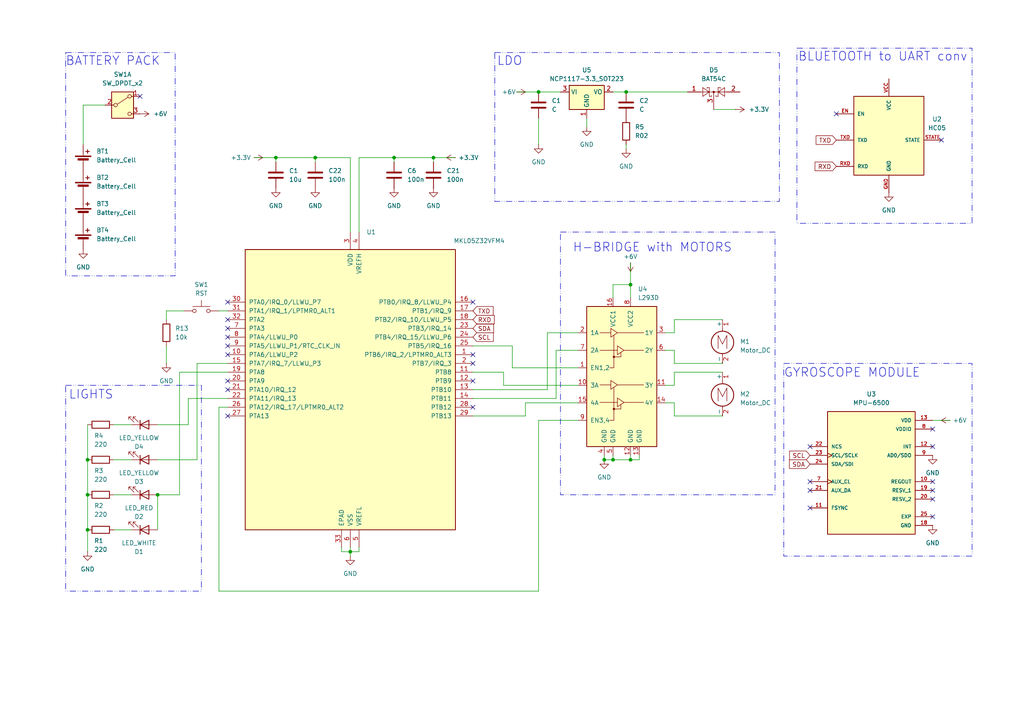
<source format=kicad_sch>
(kicad_sch (version 20250114) (generator "eeschema") (generator_version "9.0")
  (paper "A4")
  (lib_symbols
    (symbol "Device:Battery_Cell" (pin_numbers (hide yes)) (pin_names (offset 0) (hide yes))
      (property "Reference" "BT" (at 2.54 2.54 0))
      (property "Value" "Battery_Cell" (at 2.54 0 0))
      (symbol "Battery_Cell_0_1"
        (rectangle (start -2.286 1.778) (end 2.286 1.524) (fill (type outline)))
        (rectangle (start -1.524 1.016) (end 1.524 0.508) (fill (type outline)))
        (polyline (pts (xy 0 1.778) (xy 0 2.54)))
        (polyline (pts (xy 0 0.762) (xy 0 0)))
        (polyline (pts (xy 0.762 3.048) (xy 1.778 3.048)) (stroke (width 0.254)))
        (polyline (pts (xy 1.27 3.556) (xy 1.27 2.54)) (stroke (width 0.254)))
      )
      (symbol "Battery_Cell_1_1"
        (pin passive line (at 0 5.08 270) (length 2.54) (name "+") (number "1"))
        (pin passive line (at 0 -2.54 90) (length 2.54) (name "-") (number "2"))
      )
    )
    (symbol "Device:C" (pin_numbers (hide yes)) (pin_names (offset 0.254))
      (property "Reference" "C" (at 0.635 2.54 0))
      (property "Value" "C" (at 0.635 -2.54 0))
      (symbol "C_0_1"
        (polyline (pts (xy -2.032 0.762) (xy 2.032 0.762)) (stroke (width 0.508)))
        (polyline (pts (xy -2.032 -0.762) (xy 2.032 -0.762)) (stroke (width 0.508)))
      )
      (symbol "C_1_1"
        (pin passive line (at 0 3.81 270) (length 2.794) (name "~") (number "1"))
        (pin passive line (at 0 -3.81 90) (length 2.794) (name "~") (number "2"))
      )
    )
    (symbol "Device:LED" (pin_numbers (hide yes)) (pin_names (offset 1.016) (hide yes))
      (property "Reference" "D" (at 0 2.54 0))
      (property "Value" "LED" (at 0 -2.54 0))
      (symbol "LED_0_1"
        (polyline (pts (xy -3.048 -0.762) (xy -4.572 -2.286) (xy -3.81 -2.286) (xy -4.572 -2.286) (xy -4.572 -1.524)))
        (polyline (pts (xy -1.778 -0.762) (xy -3.302 -2.286) (xy -2.54 -2.286) (xy -3.302 -2.286) (xy -3.302 -1.524)))
        (polyline (pts (xy -1.27 0) (xy 1.27 0)))
        (polyline (pts (xy -1.27 -1.27) (xy -1.27 1.27)) (stroke (width 0.254)))
        (polyline (pts (xy 1.27 -1.27) (xy 1.27 1.27) (xy -1.27 0) (xy 1.27 -1.27)) (stroke (width 0.254)))
      )
      (symbol "LED_1_1"
        (pin passive line (at -3.81 0 0) (length 2.54) (name "K") (number "1"))
        (pin passive line (at 3.81 0 180) (length 2.54) (name "A") (number "2"))
      )
    )
    (symbol "Device:R" (pin_numbers (hide yes)) (pin_names (offset 0))
      (property "Reference" "R" (at 2.032 0 90))
      (property "Value" "R" (at 0 0 90))
      (symbol "R_0_1"
        (rectangle (start -1.016 -2.54) (end 1.016 2.54) (stroke (width 0.254)))
      )
      (symbol "R_1_1"
        (pin passive line (at 0 3.81 270) (length 1.27) (name "~") (number "1"))
        (pin passive line (at 0 -3.81 90) (length 1.27) (name "~") (number "2"))
      )
    )
    (symbol "Diode:BAT54C" (pin_names (offset 1.016))
      (property "Reference" "D" (at 0.635 -3.81 0))
      (property "Value" "BAT54C" (at -6.35 3.175 0))
      (symbol "BAT54C_0_1"
        (polyline (pts (xy -3.175 -1.27) (xy -3.175 1.27) (xy -1.27 0) (xy -3.175 -1.27)))
        (polyline (pts (xy -1.905 1.27) (xy -1.905 1.016)))
        (polyline (pts (xy -1.905 0) (xy 1.905 0)))
        (polyline (pts (xy -1.27 1.27) (xy -1.905 1.27)))
        (polyline (pts (xy -1.27 1.27) (xy -1.27 -1.27)))
        (polyline (pts (xy -1.27 0) (xy -3.81 0)))
        (polyline (pts (xy -1.27 -1.27) (xy -0.635 -1.27)))
        (polyline (pts (xy -0.635 -1.27) (xy -0.635 -1.016)))
        (circle (center 0 0) (radius 0.254) (fill (type outline)))
        (polyline (pts (xy 0.635 -1.27) (xy 0.635 -1.016)))
        (polyline (pts (xy 1.27 1.27) (xy 1.27 -1.27)))
        (polyline (pts (xy 1.27 1.27) (xy 1.905 1.27)))
        (polyline (pts (xy 1.27 -1.27) (xy 0.635 -1.27)))
        (polyline (pts (xy 1.905 1.27) (xy 1.905 1.016)))
        (polyline (pts (xy 3.175 -1.27) (xy 3.175 1.27) (xy 1.27 0) (xy 3.175 -1.27)))
        (polyline (pts (xy 3.81 0) (xy 1.27 0)))
      )
      (symbol "BAT54C_1_1"
        (pin passive line (at -7.62 0 0) (length 3.81) (name "~") (number "1"))
        (pin passive line (at 0 -5.08 90) (length 5.08) (name "~") (number "3"))
        (pin passive line (at 7.62 0 180) (length 3.81) (name "~") (number "2"))
      )
    )
    (symbol "Driver_Motor:L293D" (pin_names (offset 1.016))
      (property "Reference" "U" (at -5.08 26.035 0))
      (property "Value" "L293D" (at -5.08 24.13 0))
      (symbol "L293D_0_1"
        (rectangle (start -10.16 22.86) (end 10.16 -17.78) (stroke (width 0.254)) (fill (type background)))
        (polyline (pts (xy -6.35 15.24) (xy -3.175 15.24)))
        (polyline (pts (xy -6.35 10.16) (xy -1.27 10.16)))
        (polyline (pts (xy -6.35 0.127) (xy -3.175 0.127)))
        (polyline (pts (xy -6.35 -4.953) (xy -1.27 -4.953)))
        (polyline (pts (xy -3.175 16.51) (xy -3.175 13.97) (xy -1.27 15.24) (xy -3.175 16.51)))
        (polyline (pts (xy -3.175 1.397) (xy -3.175 -1.143) (xy -1.27 0.127) (xy -3.175 1.397)))
        (polyline (pts (xy -2.286 14.478) (xy -2.286 5.08) (xy -3.556 5.08)))
        (circle (center -2.286 8.255) (radius 0.254) (fill (type outline)))
        (polyline (pts (xy -2.286 8.255) (xy -0.254 8.255) (xy -0.254 9.525)))
        (polyline (pts (xy -2.286 -0.635) (xy -2.286 -10.16) (xy -3.556 -10.16)))
        (circle (center -2.286 -6.858) (radius 0.254) (fill (type outline)))
        (polyline (pts (xy -2.286 -6.858) (xy -0.254 -6.858) (xy -0.254 -5.588)))
        (polyline (pts (xy -1.27 15.24) (xy 6.35 15.24)))
        (polyline (pts (xy -1.27 11.43) (xy -1.27 8.89) (xy 0.635 10.16) (xy -1.27 11.43)))
        (polyline (pts (xy -1.27 0.127) (xy 6.35 0.127)))
        (polyline (pts (xy -1.27 -3.683) (xy -1.27 -6.223) (xy 0.635 -4.953) (xy -1.27 -3.683)))
        (polyline (pts (xy 0.635 10.16) (xy 6.35 10.16)))
        (polyline (pts (xy 0.635 -4.953) (xy 6.35 -4.953)))
      )
      (symbol "L293D_1_1"
        (pin input line (at -12.7 15.24 0) (length 2.54) (name "1A") (number "2"))
        (pin input line (at -12.7 10.16 0) (length 2.54) (name "2A") (number "7"))
        (pin input line (at -12.7 5.08 0) (length 2.54) (name "EN1,2") (number "1"))
        (pin input line (at -12.7 0 0) (length 2.54) (name "3A") (number "10"))
        (pin input line (at -12.7 -5.08 0) (length 2.54) (name "4A") (number "15"))
        (pin input line (at -12.7 -10.16 0) (length 2.54) (name "EN3,4") (number "9"))
        (pin power_in line (at -5.08 -20.32 90) (length 2.54) (name "GND") (number "4"))
        (pin power_in line (at -2.54 25.4 270) (length 2.54) (name "VCC1") (number "16"))
        (pin power_in line (at -2.54 -20.32 90) (length 2.54) (name "GND") (number "5"))
        (pin power_in line (at 2.54 25.4 270) (length 2.54) (name "VCC2") (number "8"))
        (pin power_in line (at 2.54 -20.32 90) (length 2.54) (name "GND") (number "12"))
        (pin power_in line (at 5.08 -20.32 90) (length 2.54) (name "GND") (number "13"))
        (pin output line (at 12.7 15.24 180) (length 2.54) (name "1Y") (number "3"))
        (pin output line (at 12.7 10.16 180) (length 2.54) (name "2Y") (number "6"))
        (pin output line (at 12.7 0 180) (length 2.54) (name "3Y") (number "11"))
        (pin output line (at 12.7 -5.08 180) (length 2.54) (name "4Y") (number "14"))
      )
    )
    (symbol "HC05:HC05" (pin_names (offset 1.016))
      (property "Reference" "U" (at 10.16 15.24 0))
      (property "Value" "HC05" (at 10.16 12.7 0))
      (symbol "HC05_0_0"
        (rectangle (start -7.62 -10.16) (end 12.7 12.7) (stroke (width 0.254)) (fill (type background)))
        (pin bidirectional line (at -12.7 7.62 0) (length 5.08) (name "EN") (number "EN"))
        (pin bidirectional line (at -12.7 0 0) (length 5.08) (name "TXD") (number "TXD"))
        (pin bidirectional line (at -12.7 -7.62 0) (length 5.08) (name "RXD") (number "RXD"))
        (pin bidirectional line (at 2.54 17.78 270) (length 5.08) (name "VCC") (number "VCC"))
        (pin bidirectional line (at 2.54 -15.24 90) (length 5.08) (name "GND") (number "GND"))
        (pin bidirectional line (at 17.78 0 180) (length 5.08) (name "STATE") (number "STATE"))
      )
    )
    (symbol "MCU_NXP_Kinetis:MKL05Z32VFM4" (pin_names (offset 1.016))
      (property "Reference" "U" (at -30.48 41.275 0))
      (property "Value" "MKL05Z32VFM4" (at 30.48 41.275 0))
      (symbol "MKL05Z32VFM4_0_1"
        (rectangle (start -30.48 40.64) (end 30.48 -40.64) (stroke (width 0.254)) (fill (type background)))
      )
      (symbol "MKL05Z32VFM4_1_1"
        (pin bidirectional line (at -35.56 25.4 0) (length 5.08) (name "PTA0/IRQ_0/LLWU_P7") (number "30"))
        (pin bidirectional line (at -35.56 22.86 0) (length 5.08) (name "PTA1/IRQ_1/LPTMR0_ALT1") (number "31"))
        (pin bidirectional line (at -35.56 20.32 0) (length 5.08) (name "PTA2") (number "32"))
        (pin bidirectional line (at -35.56 17.78 0) (length 5.08) (name "PTA3") (number "7"))
        (pin bidirectional line (at -35.56 15.24 0) (length 5.08) (name "PTA4/LLWU_P0") (number "8"))
        (pin bidirectional line (at -35.56 12.7 0) (length 5.08) (name "PTA5/LLWU_P1/RTC_CLK_IN") (number "9"))
        (pin bidirectional line (at -35.56 10.16 0) (length 5.08) (name "PTA6/LLWU_P2") (number "10"))
        (pin bidirectional line (at -35.56 7.62 0) (length 5.08) (name "PTA7/IRQ_7/LLWU_P3") (number "15"))
        (pin bidirectional line (at -35.56 5.08 0) (length 5.08) (name "PTA8") (number "19"))
        (pin bidirectional line (at -35.56 2.54 0) (length 5.08) (name "PTA9") (number "20"))
        (pin bidirectional line (at -35.56 0 0) (length 5.08) (name "PTA10/IRQ_12") (number "21"))
        (pin bidirectional line (at -35.56 -2.54 0) (length 5.08) (name "PTA11/IRQ_13") (number "22"))
        (pin bidirectional line (at -35.56 -5.08 0) (length 5.08) (name "PTA12/IRQ_17/LPTMR0_ALT2") (number "26"))
        (pin bidirectional line (at -35.56 -7.62 0) (length 5.08) (name "PTA13") (number "27"))
        (pin power_in line (at -2.54 -45.72 90) (length 5.08) (name "EPAD") (number "33"))
        (pin power_in line (at 0 45.72 270) (length 5.08) (name "VDD") (number "3"))
        (pin power_in line (at 0 -45.72 90) (length 5.08) (name "VSS") (number "6"))
        (pin power_in line (at 2.54 45.72 270) (length 5.08) (name "VREFH") (number "4"))
        (pin power_in line (at 2.54 -45.72 90) (length 5.08) (name "VREFL") (number "5"))
        (pin bidirectional line (at 35.56 25.4 180) (length 5.08) (name "PTB0/IRQ_8/LLWU_P4") (number "16"))
        (pin bidirectional line (at 35.56 22.86 180) (length 5.08) (name "PTB1/IRQ_9") (number "17"))
        (pin bidirectional line (at 35.56 20.32 180) (length 5.08) (name "PTB2/IRQ_10/LLWU_P5") (number "18"))
        (pin bidirectional line (at 35.56 17.78 180) (length 5.08) (name "PTB3/IRQ_14") (number "23"))
        (pin bidirectional line (at 35.56 15.24 180) (length 5.08) (name "PTB4/IRQ_15/LLWU_P6") (number "24"))
        (pin bidirectional line (at 35.56 12.7 180) (length 5.08) (name "PTB5/IRQ_16") (number "25"))
        (pin bidirectional line (at 35.56 10.16 180) (length 5.08) (name "PTB6/IRQ_2/LPTMR0_ALT3") (number "1"))
        (pin bidirectional line (at 35.56 7.62 180) (length 5.08) (name "PTB7/IRQ_3") (number "2"))
        (pin bidirectional line (at 35.56 5.08 180) (length 5.08) (name "PTB8") (number "11"))
        (pin bidirectional line (at 35.56 2.54 180) (length 5.08) (name "PTB9") (number "12"))
        (pin bidirectional line (at 35.56 0 180) (length 5.08) (name "PTB10") (number "13"))
        (pin bidirectional line (at 35.56 -2.54 180) (length 5.08) (name "PTB11") (number "14"))
        (pin bidirectional line (at 35.56 -5.08 180) (length 5.08) (name "PTB12") (number "28"))
        (pin bidirectional line (at 35.56 -7.62 180) (length 5.08) (name "PTB13") (number "29"))
      )
    )
    (symbol "MPU-6500:MPU-6500" (pin_names (offset 1.016))
      (property "Reference" "U" (at -12.7 19.05 0))
      (property "Value" "MPU-6500" (at -12.7 -19.05 0))
      (symbol "MPU-6500_0_0"
        (rectangle (start -12.7 -17.78) (end 12.7 17.78) (stroke (width 0.254)) (fill (type background)))
        (pin input line (at -17.78 7.62 0) (length 5.08) (name "NCS") (number "22"))
        (pin input clock (at -17.78 5.08 0) (length 5.08) (name "SCL/SCLK") (number "23"))
        (pin bidirectional line (at -17.78 2.54 0) (length 5.08) (name "SDA/SDI") (number "24"))
        (pin input clock (at -17.78 -2.54 0) (length 5.08) (name "AUX_CL") (number "7"))
        (pin bidirectional line (at -17.78 -5.08 0) (length 5.08) (name "AUX_DA") (number "21"))
        (pin input line (at -17.78 -10.16 0) (length 5.08) (name "FSYNC") (number "11"))
        (pin power_in line (at 17.78 15.24 180) (length 5.08) (name "VDD") (number "13"))
        (pin power_in line (at 17.78 12.7 180) (length 5.08) (name "VDDIO") (number "8"))
        (pin output line (at 17.78 7.62 180) (length 5.08) (name "INT") (number "12"))
        (pin output line (at 17.78 5.08 180) (length 5.08) (name "AD0/SDO") (number "9"))
        (pin output line (at 17.78 -2.54 180) (length 5.08) (name "REGOUT") (number "10"))
        (pin passive line (at 17.78 -5.08 180) (length 5.08) (name "RESV_1") (number "19"))
        (pin passive line (at 17.78 -7.62 180) (length 5.08) (name "RESV_2") (number "20"))
        (pin passive line (at 17.78 -12.7 180) (length 5.08) (name "EXP") (number "25"))
        (pin power_in line (at 17.78 -15.24 180) (length 5.08) (name "GND") (number "18"))
      )
    )
    (symbol "Motor:Motor_DC" (pin_names (offset 0))
      (property "Reference" "M" (at 2.54 2.54 0))
      (property "Value" "Motor_DC" (at 2.54 -5.08 0))
      (symbol "Motor_DC_0_0"
        (polyline (pts (xy -1.27 -3.302) (xy -1.27 0.508) (xy 0 -2.032) (xy 1.27 0.508) (xy 1.27 -3.302)))
      )
      (symbol "Motor_DC_0_1"
        (polyline (pts (xy 0 2.032) (xy 0 2.54)))
        (polyline (pts (xy 0 1.7272) (xy 0 2.0828)))
        (circle (center 0 -1.524) (radius 3.2512) (stroke (width 0.254)))
        (polyline (pts (xy 0 -4.7752) (xy 0 -5.1816)))
        (polyline (pts (xy 0 -7.62) (xy 0 -7.112)))
      )
      (symbol "Motor_DC_1_1"
        (pin passive line (at 0 5.08 270) (length 2.54) (name "+") (number "1"))
        (pin passive line (at 0 -7.62 90) (length 2.54) (name "-") (number "2"))
      )
    )
    (symbol "Regulator_Linear:NCP1117-3.3_SOT223"
      (property "Reference" "U" (at -3.81 3.175 0))
      (property "Value" "NCP1117-3.3_SOT223" (at 0 3.175 0))
      (symbol "NCP1117-3.3_SOT223_0_1"
        (rectangle (start -5.08 -5.08) (end 5.08 1.905) (stroke (width 0.254)) (fill (type background)))
      )
      (symbol "NCP1117-3.3_SOT223_1_1"
        (pin power_in line (at -7.62 0 0) (length 2.54) (name "VI") (number "3"))
        (pin power_in line (at 0 -7.62 90) (length 2.54) (name "GND") (number "1"))
        (pin power_out line (at 7.62 0 180) (length 2.54) (name "VO") (number "2"))
      )
    )
    (symbol "Switch:SW_DPDT_x2" (pin_names (offset 0) (hide yes))
      (property "Reference" "SW" (at 0 5.08 0))
      (property "Value" "SW_DPDT_x2" (at 0 -5.08 0))
      (symbol "SW_DPDT_x2_0_0"
        (circle (center -2.032 0) (radius 0.508))
        (circle (center 2.032 -2.54) (radius 0.508))
      )
      (symbol "SW_DPDT_x2_0_1"
        (rectangle (start -3.175 3.81) (end 3.175 -3.81) (stroke (width 0.254)) (fill (type background)))
        (polyline (pts (xy -1.524 0.254) (xy 1.5748 2.286)))
        (circle (center 2.032 2.54) (radius 0.508))
      )
      (symbol "SW_DPDT_x2_1_1"
        (pin passive line (at -5.08 0 0) (length 2.54) (name "B") (number "2"))
        (pin passive line (at 5.08 2.54 180) (length 2.54) (name "A") (number "1"))
        (pin passive line (at 5.08 -2.54 180) (length 2.54) (name "C") (number "3"))
      )
      (symbol "SW_DPDT_x2_2_1"
        (pin passive line (at -5.08 0 0) (length 2.54) (name "B") (number "5"))
        (pin passive line (at 5.08 2.54 180) (length 2.54) (name "A") (number "4"))
        (pin passive line (at 5.08 -2.54 180) (length 2.54) (name "C") (number "6"))
      )
    )
    (symbol "Switch:SW_MEC_5G" (pin_numbers (hide yes)) (pin_names (offset 1.016) (hide yes))
      (property "Reference" "SW" (at 1.27 2.54 0))
      (property "Value" "SW_MEC_5G" (at 0 -1.524 0))
      (symbol "SW_MEC_5G_0_1"
        (circle (center -2.032 0) (radius 0.508))
        (polyline (pts (xy 0 1.27) (xy 0 3.048)))
        (circle (center 2.032 0) (radius 0.508))
        (polyline (pts (xy 2.54 1.27) (xy -2.54 1.27)))
        (pin passive line (at -5.08 0 0) (length 2.54) (name "A") (number "1"))
        (pin passive line (at 5.08 0 180) (length 2.54) (name "B") (number "3"))
      )
      (symbol "SW_MEC_5G_1_1"
        (pin passive line (at -5.08 0 0) (length 2.54) (hide yes) (name "A") (number "2"))
        (pin passive line (at 5.08 0 180) (length 2.54) (hide yes) (name "B") (number "4"))
      )
    )
    (symbol "power:+3.3V" (power) (pin_numbers (hide yes)) (pin_names (offset 0) (hide yes))
      (property "Value" "+3.3V" (at 0 3.556 0))
      (symbol "+3.3V_0_1"
        (polyline (pts (xy -0.762 1.27) (xy 0 2.54)))
        (polyline (pts (xy 0 2.54) (xy 0.762 1.27)))
        (polyline (pts (xy 0 0) (xy 0 2.54)))
      )
      (symbol "+3.3V_1_1"
        (pin power_in line (at 0 0 90) (length 0) (name "~") (number "1"))
      )
    )
    (symbol "power:+6V" (power) (pin_numbers (hide yes)) (pin_names (offset 0) (hide yes))
      (property "Value" "+6V" (at 0 3.556 0))
      (symbol "+6V_0_1"
        (polyline (pts (xy -0.762 1.27) (xy 0 2.54)))
        (polyline (pts (xy 0 2.54) (xy 0.762 1.27)))
        (polyline (pts (xy 0 0) (xy 0 2.54)))
      )
      (symbol "+6V_1_1"
        (pin power_in line (at 0 0 90) (length 0) (name "~") (number "1"))
      )
    )
    (symbol "power:GND" (power) (pin_numbers (hide yes)) (pin_names (offset 0) (hide yes))
      (property "Value" "GND" (at 0 -3.81 0))
      (symbol "GND_0_1"
        (polyline (pts (xy 0 0) (xy 0 -1.27) (xy 1.27 -1.27) (xy 0 -2.54) (xy -1.27 -1.27) (xy 0 -1.27)))
      )
      (symbol "GND_1_1"
        (pin power_in line (at 0 0 270) (length 0) (name "~") (number "1"))
      )
    )
  )
  (rectangle (start 19.05 111.76) (end 58.42 171.45) (stroke (width 0) (type dash_dot_dot)))
  (rectangle (start 231.14 13.97) (end 281.94 64.77) (stroke (width 0) (type dash_dot_dot)))
  (rectangle (start 162.56 67.31) (end 224.79 143.51) (stroke (width 0) (type dash_dot_dot)))
  (rectangle (start 227.33 105.41) (end 281.94 161.29) (stroke (width 0) (type dash_dot_dot)))
  (rectangle (start 143.51 15.24) (end 226.06 58.42) (stroke (width 0) (type dash_dot_dot)))
  (rectangle (start 19.05 15.24) (end 50.8 80.01) (stroke (width 0) (type dash_dot_dot)))
  (text "BATTERY PACK" (at 32.766 17.78 0) (effects (font (size 2.54 2.54))))
  (text "LIGHTS" (at 26.416 114.554 0) (effects (font (size 2.54 2.54))))
  (text "BLUETOOTH to UART conv" (at 256.032 16.51 0) (effects (font (size 2.54 2.54))))
  (text "H-BRIDGE with MOTORS" (at 189.23 71.882 0) (effects (font (size 2.54 2.54))))
  (text "GYROSCOPE MODULE" (at 247.142 108.204 0) (effects (font (size 2.54 2.54))))
  (text "LDO" (at 147.828 17.78 0) (effects (font (size 2.54 2.54))))
  (junction (at 181.61 26.67))
  (junction (at 25.4 133.35))
  (junction (at 182.88 82.55))
  (junction (at 91.44 45.72))
  (junction (at 182.88 133.35))
  (junction (at 45.72 143.51))
  (junction (at 156.21 26.67))
  (junction (at 80.01 45.72))
  (junction (at 25.4 143.51))
  (junction (at 175.26 133.35))
  (junction (at 125.73 45.72))
  (junction (at 114.3 45.72))
  (junction (at 25.4 153.67))
  (junction (at 101.6 160.02))
  (junction (at 177.8 133.35))
  (no_connect (at 137.16 110.49))
  (no_connect (at 270.51 142.24))
  (no_connect (at 66.04 110.49))
  (no_connect (at 234.95 142.24))
  (no_connect (at 137.16 105.41))
  (no_connect (at 270.51 129.54))
  (no_connect (at 66.04 102.87))
  (no_connect (at 66.04 120.65))
  (no_connect (at 66.04 97.79))
  (no_connect (at 234.95 129.54))
  (no_connect (at 234.95 147.32))
  (no_connect (at 66.04 95.25))
  (no_connect (at 242.57 33.02))
  (no_connect (at 137.16 118.11))
  (no_connect (at 234.95 139.7))
  (no_connect (at 66.04 113.03))
  (no_connect (at 66.04 87.63))
  (no_connect (at 137.16 87.63))
  (no_connect (at 273.05 40.64))
  (no_connect (at 137.16 102.87))
  (no_connect (at 270.51 149.86))
  (no_connect (at 270.51 144.78))
  (no_connect (at 66.04 100.33))
  (no_connect (at 66.04 92.71))
  (no_connect (at 40.64 27.94))
  (no_connect (at 270.51 139.7))
  (no_connect (at 270.51 124.46))
  (wire (pts (xy 270.51 121.92) (xy 275.59 121.92)))
  (wire (pts (xy 137.16 115.57) (xy 161.29 115.57)))
  (wire (pts (xy 195.58 92.71) (xy 209.55 92.71)))
  (wire (pts (xy 158.75 96.52) (xy 158.75 113.03)))
  (wire (pts (xy 182.88 76.2) (xy 182.88 82.55)))
  (wire (pts (xy 57.15 105.41) (xy 66.04 105.41)))
  (wire (pts (xy 91.44 46.99) (xy 91.44 45.72)))
  (wire (pts (xy 48.26 90.17) (xy 53.34 90.17)))
  (wire (pts (xy 45.72 123.19) (xy 54.61 123.19)))
  (wire (pts (xy 182.88 82.55) (xy 182.88 86.36)))
  (wire (pts (xy 158.75 113.03) (xy 137.16 113.03)))
  (wire (pts (xy 170.18 34.29) (xy 170.18 36.83)))
  (wire (pts (xy 193.04 101.6) (xy 195.58 101.6)))
  (wire (pts (xy 156.21 34.29) (xy 156.21 41.91)))
  (wire (pts (xy 80.01 45.72) (xy 91.44 45.72)))
  (wire (pts (xy 25.4 153.67) (xy 25.4 143.51)))
  (wire (pts (xy 125.73 46.99) (xy 125.73 45.72)))
  (wire (pts (xy 146.05 107.95) (xy 137.16 107.95)))
  (wire (pts (xy 132.08 45.72) (xy 125.73 45.72)))
  (wire (pts (xy 38.1 143.51) (xy 33.02 143.51)))
  (wire (pts (xy 45.72 133.35) (xy 57.15 133.35)))
  (wire (pts (xy 195.58 111.76) (xy 193.04 111.76)))
  (wire (pts (xy 156.21 26.67) (xy 162.56 26.67)))
  (wire (pts (xy 195.58 107.95) (xy 195.58 111.76)))
  (wire (pts (xy 101.6 45.72) (xy 101.6 67.31)))
  (wire (pts (xy 167.64 106.68) (xy 148.59 106.68)))
  (wire (pts (xy 177.8 132.08) (xy 177.8 133.35)))
  (wire (pts (xy 99.06 160.02) (xy 101.6 160.02)))
  (wire (pts (xy 63.5 118.11) (xy 66.04 118.11)))
  (wire (pts (xy 33.02 123.19) (xy 38.1 123.19)))
  (wire (pts (xy 148.59 106.68) (xy 148.59 100.33)))
  (wire (pts (xy 52.07 143.51) (xy 45.72 143.51)))
  (wire (pts (xy 45.72 143.51) (xy 45.72 153.67)))
  (wire (pts (xy 25.4 153.67) (xy 25.4 160.02)))
  (wire (pts (xy 104.14 158.75) (xy 104.14 160.02)))
  (wire (pts (xy 161.29 115.57) (xy 161.29 101.6)))
  (wire (pts (xy 177.8 133.35) (xy 182.88 133.35)))
  (wire (pts (xy 182.88 133.35) (xy 182.88 132.08)))
  (wire (pts (xy 48.26 90.17) (xy 48.26 92.71)))
  (wire (pts (xy 25.4 143.51) (xy 25.4 133.35)))
  (wire (pts (xy 25.4 133.35) (xy 25.4 123.19)))
  (wire (pts (xy 114.3 46.99) (xy 114.3 45.72)))
  (wire (pts (xy 99.06 158.75) (xy 99.06 160.02)))
  (wire (pts (xy 193.04 116.84) (xy 195.58 116.84)))
  (wire (pts (xy 181.61 26.67) (xy 199.39 26.67)))
  (wire (pts (xy 24.13 30.48) (xy 30.48 30.48)))
  (wire (pts (xy 152.4 120.65) (xy 137.16 120.65)))
  (wire (pts (xy 63.5 171.45) (xy 63.5 118.11)))
  (wire (pts (xy 209.55 107.95) (xy 195.58 107.95)))
  (wire (pts (xy 167.64 111.76) (xy 146.05 111.76)))
  (wire (pts (xy 125.73 45.72) (xy 114.3 45.72)))
  (wire (pts (xy 185.42 132.08) (xy 185.42 133.35)))
  (wire (pts (xy 91.44 45.72) (xy 101.6 45.72)))
  (wire (pts (xy 148.59 100.33) (xy 137.16 100.33)))
  (wire (pts (xy 175.26 133.35) (xy 177.8 133.35)))
  (wire (pts (xy 185.42 133.35) (xy 182.88 133.35)))
  (wire (pts (xy 24.13 41.91) (xy 24.13 30.48)))
  (wire (pts (xy 66.04 107.95) (xy 52.07 107.95)))
  (wire (pts (xy 63.5 90.17) (xy 66.04 90.17)))
  (wire (pts (xy 181.61 41.91) (xy 181.61 43.18)))
  (wire (pts (xy 101.6 158.75) (xy 101.6 160.02)))
  (wire (pts (xy 195.58 105.41) (xy 209.55 105.41)))
  (wire (pts (xy 156.21 171.45) (xy 63.5 171.45)))
  (wire (pts (xy 52.07 107.95) (xy 52.07 143.51)))
  (wire (pts (xy 33.02 133.35) (xy 38.1 133.35)))
  (wire (pts (xy 177.8 82.55) (xy 182.88 82.55)))
  (wire (pts (xy 177.8 86.36) (xy 177.8 82.55)))
  (wire (pts (xy 104.14 160.02) (xy 101.6 160.02)))
  (wire (pts (xy 104.14 45.72) (xy 104.14 67.31)))
  (wire (pts (xy 175.26 133.35) (xy 175.26 132.08)))
  (wire (pts (xy 167.64 96.52) (xy 158.75 96.52)))
  (wire (pts (xy 54.61 123.19) (xy 54.61 115.57)))
  (wire (pts (xy 195.58 101.6) (xy 195.58 105.41)))
  (wire (pts (xy 48.26 100.33) (xy 48.26 105.41)))
  (wire (pts (xy 73.66 45.72) (xy 80.01 45.72)))
  (wire (pts (xy 195.58 120.65) (xy 209.55 120.65)))
  (wire (pts (xy 101.6 160.02) (xy 101.6 161.29)))
  (wire (pts (xy 167.64 121.92) (xy 156.21 121.92)))
  (wire (pts (xy 207.01 31.75) (xy 213.36 31.75)))
  (wire (pts (xy 156.21 121.92) (xy 156.21 171.45)))
  (wire (pts (xy 80.01 46.99) (xy 80.01 45.72)))
  (wire (pts (xy 149.86 26.67) (xy 156.21 26.67)))
  (wire (pts (xy 146.05 111.76) (xy 146.05 107.95)))
  (wire (pts (xy 38.1 153.67) (xy 33.02 153.67)))
  (wire (pts (xy 161.29 101.6) (xy 167.64 101.6)))
  (wire (pts (xy 57.15 105.41) (xy 57.15 133.35)))
  (wire (pts (xy 193.04 96.52) (xy 195.58 96.52)))
  (wire (pts (xy 195.58 96.52) (xy 195.58 92.71)))
  (wire (pts (xy 54.61 115.57) (xy 66.04 115.57)))
  (wire (pts (xy 152.4 116.84) (xy 152.4 120.65)))
  (wire (pts (xy 114.3 45.72) (xy 104.14 45.72)))
  (wire (pts (xy 195.58 116.84) (xy 195.58 120.65)))
  (wire (pts (xy 167.64 116.84) (xy 152.4 116.84)))
  (wire (pts (xy 181.61 26.67) (xy 177.8 26.67)))
  (global_label "RXD" (shape input) (at 137.16 92.71 0) (property "Intersheetrefs" "${INTERSHEET_REFS}" (effects (hide yes))))
  (global_label "SDA" (shape input) (at 137.16 95.25 0) (property "Intersheetrefs" "${INTERSHEET_REFS}" (effects (hide yes))))
  (global_label "SDA" (shape input) (at 234.95 134.62 180) (property "Intersheetrefs" "${INTERSHEET_REFS}" (effects (hide yes))))
  (global_label "RXD" (shape input) (at 242.57 48.26 180) (property "Intersheetrefs" "${INTERSHEET_REFS}" (effects (hide yes))))
  (global_label "TXD" (shape input) (at 242.57 40.64 180) (property "Intersheetrefs" "${INTERSHEET_REFS}" (effects (hide yes))))
  (global_label "TXD" (shape input) (at 137.16 90.17 0) (property "Intersheetrefs" "${INTERSHEET_REFS}" (effects (hide yes))))
  (global_label "SCL" (shape input) (at 137.16 97.79 0) (property "Intersheetrefs" "${INTERSHEET_REFS}" (effects (hide yes))))
  (global_label "SCL" (shape input) (at 234.95 132.08 180) (property "Intersheetrefs" "${INTERSHEET_REFS}" (effects (hide yes))))
  (symbol (lib_id "power:+3.3V") (at 73.66 45.72 270) (unit 1)
    (property "Reference" "#PWR016" (effects (hide yes)))
    (property "Value" "+3.3V" (at 69.85 45.72 90))
    (property "Description" "Power symbol creates a global label with name \"+3.3V\"" (effects (hide yes)))
  )
  (symbol (lib_id "Device:R") (at 48.26 96.52 0) (unit 1)
    (property "Reference" "R13" (at 50.8 95.2499 0) (effects (justify left)))
    (property "Value" "10k" (at 50.8 97.7899 0) (effects (justify left)))
    (property "Description" "Resistor" (effects (hide yes)))
  )
  (symbol (lib_id "power:+3.3V") (at 132.08 45.72 90) (mirror x) (unit 1)
    (property "Reference" "#PWR022" (effects (hide yes)))
    (property "Value" "+3.3V" (at 135.89 45.72 90))
    (property "Description" "Power symbol creates a global label with name \"+3.3V\"" (effects (hide yes)))
  )
  (symbol (lib_id "Regulator_Linear:NCP1117-3.3_SOT223") (at 170.18 26.67 0) (unit 1)
    (property "Reference" "U5" (at 170.18 20.32 0))
    (property "Value" "NCP1117-3.3_SOT223" (at 170.18 22.86 0))
    (property "Footprint" "Package_TO_SOT_SMD:SOT-223-3_TabPin2" (effects (hide yes)))
    (property "Datasheet" "http://www.onsemi.com/pub_link/Collateral/NCP1117-D.PDF" (effects (hide yes)))
    (property "Description" "1A Low drop-out regulator, Fixed Output 3.3V, SOT-223" (effects (hide yes)))
  )
  (symbol (lib_id "Motor:Motor_DC") (at 209.55 113.03 0) (unit 1)
    (property "Reference" "M2" (at 214.63 114.2999 0) (effects (justify left)))
    (property "Value" "Motor_DC" (at 214.63 116.8399 0) (effects (justify left)))
    (property "Description" "DC Motor" (effects (hide yes)))
  )
  (symbol (lib_id "Device:LED") (at 41.91 123.19 0) (mirror x) (unit 1)
    (property "Reference" "D4" (at 40.3225 129.54 0))
    (property "Value" "LED_YELLOW" (at 40.3225 127 0))
    (property "Description" "Light emitting diode" (effects (hide yes)))
    (property "Sim.Pins" "1=K 2=A" (effects (hide yes)))
  )
  (symbol (lib_id "Device:Battery_Cell") (at 24.13 54.61 0) (unit 1)
    (property "Reference" "BT2" (at 27.94 51.4984 0) (effects (justify left)))
    (property "Value" "Battery_Cell" (at 27.94 54.0384 0) (effects (justify left)))
    (property "Description" "Single-cell battery" (effects (hide yes)))
    (property "Sim.Device" "V" (effects (hide yes)))
    (property "Sim.Type" "DC" (effects (hide yes)))
    (property "Sim.Pins" "1=+ 2=-" (effects (hide yes)))
  )
  (symbol (lib_id "Device:C") (at 156.21 30.48 0) (unit 1)
    (property "Reference" "C1" (at 160.02 29.2099 0) (effects (justify left)))
    (property "Value" "C" (at 160.02 31.7499 0) (effects (justify left)))
    (property "Description" "Unpolarized capacitor" (effects (hide yes)))
  )
  (symbol (lib_id "power:GND") (at 80.01 54.61 0) (unit 1)
    (property "Reference" "#PWR018" (effects (hide yes)))
    (property "Value" "GND" (at 80.01 59.69 0))
    (property "Description" "Power symbol creates a global label with name \"GND\" , ground" (effects (hide yes)))
  )
  (symbol (lib_id "power:GND") (at 101.6 161.29 0) (unit 1)
    (property "Reference" "#PWR015" (effects (hide yes)))
    (property "Value" "GND" (at 101.6 166.37 0))
    (property "Description" "Power symbol creates a global label with name \"GND\" , ground" (effects (hide yes)))
  )
  (symbol (lib_id "Device:R") (at 29.21 153.67 270) (unit 1)
    (property "Reference" "R1" (at 27.305 156.8449 90) (effects (justify left)))
    (property "Value" "220" (at 27.305 159.3849 90) (effects (justify left)))
    (property "Description" "Resistor" (effects (hide yes)))
  )
  (symbol (lib_id "power:GND") (at 24.13 72.39 0) (unit 1)
    (property "Reference" "#PWR01" (effects (hide yes)))
    (property "Value" "GND" (at 24.13 77.47 0))
    (property "Description" "Power symbol creates a global label with name \"GND\" , ground" (effects (hide yes)))
  )
  (symbol (lib_id "power:GND") (at 91.44 54.61 0) (unit 1)
    (property "Reference" "#PWR017" (effects (hide yes)))
    (property "Value" "GND" (at 91.44 59.69 0))
    (property "Description" "Power symbol creates a global label with name \"GND\" , ground" (effects (hide yes)))
  )
  (symbol (lib_id "Device:R") (at 181.61 38.1 0) (unit 1)
    (property "Reference" "R5" (at 184.15 36.8299 0) (effects (justify left)))
    (property "Value" "R02" (at 184.15 39.3699 0) (effects (justify left)))
    (property "Description" "Resistor" (effects (hide yes)))
  )
  (symbol (lib_id "Device:Battery_Cell") (at 24.13 69.85 0) (unit 1)
    (property "Reference" "BT4" (at 27.94 66.7384 0) (effects (justify left)))
    (property "Value" "Battery_Cell" (at 27.94 69.2784 0) (effects (justify left)))
    (property "Description" "Single-cell battery" (effects (hide yes)))
    (property "Sim.Device" "V" (effects (hide yes)))
    (property "Sim.Type" "DC" (effects (hide yes)))
    (property "Sim.Pins" "1=+ 2=-" (effects (hide yes)))
  )
  (symbol (lib_id "power:GND") (at 125.73 54.61 0) (mirror y) (unit 1)
    (property "Reference" "#PWR019" (effects (hide yes)))
    (property "Value" "GND" (at 125.73 59.69 0))
    (property "Description" "Power symbol creates a global label with name \"GND\" , ground" (effects (hide yes)))
  )
  (symbol (lib_id "power:GND") (at 175.26 133.35 0) (unit 1)
    (property "Reference" "#PWR04" (effects (hide yes)))
    (property "Value" "GND" (at 175.26 138.43 0))
    (property "Description" "Power symbol creates a global label with name \"GND\" , ground" (effects (hide yes)))
  )
  (symbol (lib_id "power:+6V") (at 182.88 76.2 180) (unit 1)
    (property "Reference" "#PWR09" (effects (hide yes)))
    (property "Value" "+6V" (at 182.88 74.422 0))
    (property "Description" "Power symbol creates a global label with name \"+6V\"" (effects (hide yes)))
  )
  (symbol (lib_id "power:+6V") (at 40.64 33.02 270) (unit 1)
    (property "Reference" "#PWR08" (effects (hide yes)))
    (property "Value" "+6V" (at 44.45 33.0199 90) (effects (justify left)))
    (property "Description" "Power symbol creates a global label with name \"+6V\"" (effects (hide yes)))
  )
  (symbol (lib_id "power:GND") (at 181.61 43.18 0) (unit 1)
    (property "Reference" "#PWR013" (effects (hide yes)))
    (property "Value" "GND" (at 181.61 48.26 0))
    (property "Description" "Power symbol creates a global label with name \"GND\" , ground" (effects (hide yes)))
  )
  (symbol (lib_id "Device:C") (at 80.01 50.8 0) (unit 1)
    (property "Reference" "C1" (at 83.82 49.5299 0) (effects (justify left)))
    (property "Value" "10u" (at 83.82 52.0699 0) (effects (justify left)))
    (property "Description" "Unpolarized capacitor" (effects (hide yes)))
  )
  (symbol (lib_id "Device:LED") (at 41.91 143.51 0) (mirror x) (unit 1)
    (property "Reference" "D2" (at 40.3225 149.86 0))
    (property "Value" "LED_RED" (at 40.3225 147.32 0))
    (property "Description" "Light emitting diode" (effects (hide yes)))
    (property "Sim.Pins" "1=K 2=A" (effects (hide yes)))
  )
  (symbol (lib_id "power:+6V") (at 149.86 26.67 270) (unit 1)
    (property "Reference" "#PWR011" (effects (hide yes)))
    (property "Value" "+6V" (at 145.542 26.67 90) (effects (justify left)))
    (property "Description" "Power symbol creates a global label with name \"+6V\"" (effects (hide yes)))
  )
  (symbol (lib_id "Device:C") (at 91.44 50.8 0) (unit 1)
    (property "Reference" "C22" (at 95.25 49.5299 0) (effects (justify left)))
    (property "Value" "100n" (at 95.25 52.0699 0) (effects (justify left)))
    (property "Description" "Unpolarized capacitor" (effects (hide yes)))
  )
  (symbol (lib_id "power:GND") (at 156.21 41.91 0) (unit 1)
    (property "Reference" "#PWR014" (effects (hide yes)))
    (property "Value" "GND" (at 156.21 46.99 0))
    (property "Description" "Power symbol creates a global label with name \"GND\" , ground" (effects (hide yes)))
  )
  (symbol (lib_id "power:GND") (at 48.26 105.41 0) (unit 1)
    (property "Reference" "#PWR05" (effects (hide yes)))
    (property "Value" "GND" (at 48.26 110.49 0))
    (property "Description" "Power symbol creates a global label with name \"GND\" , ground" (effects (hide yes)))
  )
  (symbol (lib_id "Device:Battery_Cell") (at 24.13 46.99 0) (unit 1)
    (property "Reference" "BT1" (at 27.94 43.8784 0) (effects (justify left)))
    (property "Value" "Battery_Cell" (at 27.94 46.4184 0) (effects (justify left)))
    (property "Description" "Single-cell battery" (effects (hide yes)))
    (property "Sim.Device" "V" (effects (hide yes)))
    (property "Sim.Type" "DC" (effects (hide yes)))
    (property "Sim.Pins" "1=+ 2=-" (effects (hide yes)))
  )
  (symbol (lib_id "Switch:SW_DPDT_x2") (at 35.56 30.48 0) (unit 1)
    (property "Reference" "SW1" (at 35.56 21.59 0))
    (property "Value" "SW_DPDT_x2" (at 35.56 24.13 0))
    (property "Description" "Switch, dual pole double throw, separate symbols" (effects (hide yes)))
  )
  (symbol (lib_id "power:GND") (at 114.3 54.61 0) (mirror y) (unit 1)
    (property "Reference" "#PWR020" (effects (hide yes)))
    (property "Value" "GND" (at 114.3 59.69 0))
    (property "Description" "Power symbol creates a global label with name \"GND\" , ground" (effects (hide yes)))
  )
  (symbol (lib_id "Device:R") (at 29.21 143.51 270) (unit 1)
    (property "Reference" "R2" (at 27.305 146.6849 90) (effects (justify left)))
    (property "Value" "220" (at 27.305 149.2249 90) (effects (justify left)))
    (property "Description" "Resistor" (effects (hide yes)))
  )
  (symbol (lib_id "Device:C") (at 125.73 50.8 0) (mirror y) (unit 1)
    (property "Reference" "C21" (at 129.54 49.5299 0) (effects (justify right)))
    (property "Value" "100n" (at 129.54 52.0699 0) (effects (justify right)))
    (property "Description" "Unpolarized capacitor" (effects (hide yes)))
  )
  (symbol (lib_id "power:+6V") (at 275.59 121.92 90) (unit 1)
    (property "Reference" "#PWR021" (effects (hide yes)))
    (property "Value" "+6V" (at 278.384 121.92 90))
    (property "Description" "Power symbol creates a global label with name \"+6V\"" (effects (hide yes)))
  )
  (symbol (lib_id "power:GND") (at 270.51 152.4 0) (unit 1)
    (property "Reference" "#PWR03" (effects (hide yes)))
    (property "Value" "GND" (at 270.51 157.48 0))
    (property "Description" "Power symbol creates a global label with name \"GND\" , ground" (effects (hide yes)))
  )
  (symbol (lib_id "power:GND") (at 257.81 55.88 0) (unit 1)
    (property "Reference" "#PWR02" (effects (hide yes)))
    (property "Value" "GND" (at 257.81 60.96 0))
    (property "Description" "Power symbol creates a global label with name \"GND\" , ground" (effects (hide yes)))
  )
  (symbol (lib_id "power:GND") (at 25.4 160.02 0) (unit 1)
    (property "Reference" "#PWR06" (effects (hide yes)))
    (property "Value" "GND" (at 25.4 165.1 0))
    (property "Description" "Power symbol creates a global label with name \"GND\" , ground" (effects (hide yes)))
  )
  (symbol (lib_id "power:+3.3V") (at 213.36 31.75 270) (unit 1)
    (property "Reference" "#PWR012" (effects (hide yes)))
    (property "Value" "+3.3V" (at 217.17 31.7499 90) (effects (justify left)))
    (property "Description" "Power symbol creates a global label with name \"+3.3V\"" (effects (hide yes)))
  )
  (symbol (lib_id "Switch:SW_MEC_5G") (at 58.42 90.17 0) (unit 1)
    (property "Reference" "SW1" (at 58.42 82.55 0))
    (property "Value" "RST" (at 58.42 85.09 0))
    (property "Datasheet" "http://www.apem.com/int/index.php?controller=attachment&id_attachment=488" (effects (hide yes)))
    (property "Description" "MEC 5G single pole normally-open tactile switch" (effects (hide yes)))
  )
  (symbol (lib_id "Device:LED") (at 41.91 133.35 0) (mirror x) (unit 1)
    (property "Reference" "D3" (at 40.3225 139.7 0))
    (property "Value" "LED_YELLOW" (at 40.3225 137.16 0))
    (property "Description" "Light emitting diode" (effects (hide yes)))
    (property "Sim.Pins" "1=K 2=A" (effects (hide yes)))
  )
  (symbol (lib_id "power:GND") (at 270.51 132.08 0) (unit 1)
    (property "Reference" "#PWR010" (effects (hide yes)))
    (property "Value" "GND" (at 270.51 137.16 0))
    (property "Description" "Power symbol creates a global label with name \"GND\" , ground" (effects (hide yes)))
  )
  (symbol (lib_id "MCU_NXP_Kinetis:MKL05Z32VFM4") (at 101.6 113.03 0) (unit 1)
    (property "Reference" "U1" (at 106.2833 67.31 0) (effects (justify left)))
    (property "Value" "MKL05Z32VFM4" (at 131.572 69.85 0) (effects (justify left)))
    (property "Footprint" "Package_DFN_QFN:QFN-32-1EP_5x5mm_P0.5mm_EP3.45x3.45mm" (effects (hide yes)))
    (property "Datasheet" "http://www.nxp.com/docs/en/data-sheet/KL05P48M48SF1.pdf" (effects (hide yes)))
    (property "Description" "Kinetis KL05 series, 48-MHz/32-bit ARM Cortex-M0+, 32 kB flash, 4 kB SRAM, QFN-32" (effects (hide yes)))
  )
  (symbol (lib_id "Device:R") (at 29.21 133.35 270) (unit 1)
    (property "Reference" "R3" (at 27.305 136.5249 90) (effects (justify left)))
    (property "Value" "220" (at 27.305 139.0649 90) (effects (justify left)))
    (property "Description" "Resistor" (effects (hide yes)))
  )
  (symbol (lib_id "Driver_Motor:L293D") (at 180.34 111.76 0) (unit 1)
    (property "Reference" "U4" (at 185.0233 83.82 0) (effects (justify left)))
    (property "Value" "L293D" (at 185.0233 86.36 0) (effects (justify left)))
    (property "Footprint" "Package_DIP:DIP-16_W7.62mm" (effects (hide yes)))
    (property "Datasheet" "http://www.ti.com/lit/ds/symlink/l293.pdf" (effects (hide yes)))
    (property "Description" "Quadruple Half-H Drivers" (effects (hide yes)))
  )
  (symbol (lib_id "Device:C") (at 114.3 50.8 0) (mirror y) (unit 1)
    (property "Reference" "C6" (at 118.11 49.5299 0) (effects (justify right)))
    (property "Value" "100n" (at 118.11 52.0699 0) (effects (justify right)))
    (property "Description" "Unpolarized capacitor" (effects (hide yes)))
  )
  (symbol (lib_id "Diode:BAT54C") (at 207.01 26.67 0) (unit 1)
    (property "Reference" "D5" (at 207.01 20.32 0))
    (property "Value" "BAT54C" (at 207.01 22.86 0))
    (property "Footprint" "Package_TO_SOT_SMD:SOT-23" (effects (hide yes)))
    (property "Datasheet" "http://www.diodes.com/_files/datasheets/ds11005.pdf" (effects (hide yes)))
    (property "Description" "dual schottky barrier diode, common cathode" (effects (hide yes)))
  )
  (symbol (lib_id "Motor:Motor_DC") (at 209.55 97.79 0) (unit 1)
    (property "Reference" "M1" (at 214.63 99.0599 0) (effects (justify left)))
    (property "Value" "Motor_DC" (at 214.63 101.5999 0) (effects (justify left)))
    (property "Description" "DC Motor" (effects (hide yes)))
  )
  (symbol (lib_id "MPU-6500:MPU-6500") (at 252.73 137.16 0) (unit 1)
    (property "Reference" "U3" (at 252.73 114.3 0))
    (property "Value" "MPU-6500" (at 252.73 116.84 0))
    (property "Footprint" "MPU-6500:QFN40P300X300X95-25N" (effects (hide yes)))
    (property "B_NOM" "0.2" (effects (hide yes)))
    (property "PIN_COUNT_D" "6.0" (effects (hide yes)))
    (property "Check_prices" "https://www.snapeda.com/parts/MPU-6500/TDK/view-part/?ref=eda" (effects (hide yes)))
    (property "B_MAX" "0.25" (effects (hide yes)))
    (property "Description_1" "MotionTracking Device Digital Output 1.8V 24-Pin QFN EP T/R" (effects (hide yes)))
    (property "Price" "None" (effects (hide yes)))
    (property "ENOM" "0.4" (effects (hide yes)))
    (property "D_NOM" "3.0" (effects (hide yes)))
    (property "Purchase-URL" "https://www.snapeda.com/api/url_track_click_mouser/?unipart_id=48597&manufacturer=TDK InvenSense&part_name=MPU-6500&search_term=mpu-6500" (effects (hide yes)))
    (property "D_MAX" "3.1" (effects (hide yes)))
    (property "L_MAX" "0.25" (effects (hide yes)))
    (property "Package" "QFN-24 TDK" (effects (hide yes)))
    (property "E2_NOM" "1.54" (effects (hide yes)))
    (property "D2_NOM" "1.7" (effects (hide yes)))
    (property "PARTREV" "1.3" (effects (hide yes)))
    (property "SnapEDA_Link" "https://www.snapeda.com/parts/MPU-6500/TDK/view-part/?ref=snap" (effects (hide yes)))
    (property "E_NOM" "3.0" (effects (hide yes)))
    (property "B_MIN" "0.15" (effects (hide yes)))
    (property "STANDARD" "IPC 7351B" (effects (hide yes)))
    (property "L_NOM" "0.3" (effects (hide yes)))
    (property "MANUFACTURER" "TDK InvenSense" (effects (hide yes)))
    (property "MF" "TDK InvenSense" (effects (hide yes)))
    (property "MAXIMUM_PACKAGE_HEIGHT" "0.95 mm" (effects (hide yes)))
    (property "PIN_COUNT_E" "6.0" (effects (hide yes)))
    (property "E_MIN" "2.9" (effects (hide yes)))
    (property "D_MIN" "2.9" (effects (hide yes)))
    (property "MP" "MPU-6500" (effects (hide yes)))
    (property "L_MIN" "0.15" (effects (hide yes)))
    (property "Availability" "In Stock" (effects (hide yes)))
    (property "E_MAX" "3.1" (effects (hide yes)))
  )
  (symbol (lib_id "Device:C") (at 181.61 30.48 0) (unit 1)
    (property "Reference" "C2" (at 185.42 29.2099 0) (effects (justify left)))
    (property "Value" "C" (at 185.42 31.7499 0) (effects (justify left)))
    (property "Description" "Unpolarized capacitor" (effects (hide yes)))
  )
  (symbol (lib_id "power:GND") (at 170.18 36.83 0) (unit 1)
    (property "Reference" "#PWR07" (effects (hide yes)))
    (property "Value" "GND" (at 170.18 41.91 0))
    (property "Description" "Power symbol creates a global label with name \"GND\" , ground" (effects (hide yes)))
  )
  (symbol (lib_id "HC05:HC05") (at 255.27 40.64 0) (unit 1)
    (property "Reference" "U2" (at 271.78 34.5692 0))
    (property "Value" "HC05" (at 271.78 37.1092 0))
    (property "Footprint" "HC05:HC05" (effects (hide yes)))
    (property "MF" "TE Connectivity" (effects (hide yes)))
    (property "Description_1" "Cable Markers Printable Heat Shrink" (effects (hide yes)))
    (property "Package" "None" (effects (hide yes)))
    (property "Price" "None" (effects (hide yes)))
    (property "SnapEDA_Link" "https://www.snapeda.com/parts/HC05/TE+Connectivity/view-part/?ref=snap" (effects (hide yes)))
    (property "MP" "HC05" (effects (hide yes)))
    (property "Availability" "Not in stock" (effects (hide yes)))
    (property "Check_prices" "https://www.snapeda.com/parts/HC05/TE+Connectivity/view-part/?ref=eda" (effects (hide yes)))
  )
  (symbol (lib_id "Device:R") (at 29.21 123.19 270) (unit 1)
    (property "Reference" "R4" (at 27.305 126.3649 90) (effects (justify left)))
    (property "Value" "220" (at 27.305 128.9049 90) (effects (justify left)))
    (property "Description" "Resistor" (effects (hide yes)))
  )
  (symbol (lib_id "Device:LED") (at 41.91 153.67 0) (mirror x) (unit 1)
    (property "Reference" "D1" (at 40.3225 160.02 0))
    (property "Value" "LED_WHITE" (at 40.3225 157.48 0))
    (property "Description" "Light emitting diode" (effects (hide yes)))
    (property "Sim.Pins" "1=K 2=A" (effects (hide yes)))
  )
  (symbol (lib_id "Device:Battery_Cell") (at 24.13 62.23 0) (unit 1)
    (property "Reference" "BT3" (at 27.94 59.1184 0) (effects (justify left)))
    (property "Value" "Battery_Cell" (at 27.94 61.6584 0) (effects (justify left)))
    (property "Description" "Single-cell battery" (effects (hide yes)))
    (property "Sim.Device" "V" (effects (hide yes)))
    (property "Sim.Type" "DC" (effects (hide yes)))
    (property "Sim.Pins" "1=+ 2=-" (effects (hide yes)))
  )
)
</source>
